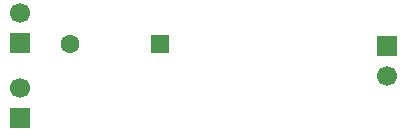
<source format=gbr>
%TF.GenerationSoftware,KiCad,Pcbnew,9.0.1*%
%TF.CreationDate,2025-07-01T21:06:15-04:00*%
%TF.ProjectId,Tiny Solar Power Suppy,54696e79-2053-46f6-9c61-7220506f7765,rev?*%
%TF.SameCoordinates,Original*%
%TF.FileFunction,Soldermask,Bot*%
%TF.FilePolarity,Negative*%
%FSLAX46Y46*%
G04 Gerber Fmt 4.6, Leading zero omitted, Abs format (unit mm)*
G04 Created by KiCad (PCBNEW 9.0.1) date 2025-07-01 21:06:15*
%MOMM*%
%LPD*%
G01*
G04 APERTURE LIST*
G04 Aperture macros list*
%AMRoundRect*
0 Rectangle with rounded corners*
0 $1 Rounding radius*
0 $2 $3 $4 $5 $6 $7 $8 $9 X,Y pos of 4 corners*
0 Add a 4 corners polygon primitive as box body*
4,1,4,$2,$3,$4,$5,$6,$7,$8,$9,$2,$3,0*
0 Add four circle primitives for the rounded corners*
1,1,$1+$1,$2,$3*
1,1,$1+$1,$4,$5*
1,1,$1+$1,$6,$7*
1,1,$1+$1,$8,$9*
0 Add four rect primitives between the rounded corners*
20,1,$1+$1,$2,$3,$4,$5,0*
20,1,$1+$1,$4,$5,$6,$7,0*
20,1,$1+$1,$6,$7,$8,$9,0*
20,1,$1+$1,$8,$9,$2,$3,0*%
G04 Aperture macros list end*
%ADD10C,1.700000*%
%ADD11R,1.700000X1.700000*%
%ADD12C,1.600000*%
%ADD13RoundRect,0.250000X0.550000X0.550000X-0.550000X0.550000X-0.550000X-0.550000X0.550000X-0.550000X0*%
G04 APERTURE END LIST*
D10*
%TO.C,J1*%
X126200000Y-123340000D03*
D11*
X126200000Y-120800000D03*
%TD*%
D12*
%TO.C,J3*%
X99355000Y-120687500D03*
D13*
X106975000Y-120687500D03*
%TD*%
D11*
%TO.C,J2*%
X95085000Y-126900000D03*
D10*
X95085000Y-124360000D03*
%TD*%
D11*
%TO.C,J4*%
X95085000Y-120540000D03*
D10*
X95085000Y-118000000D03*
%TD*%
M02*

</source>
